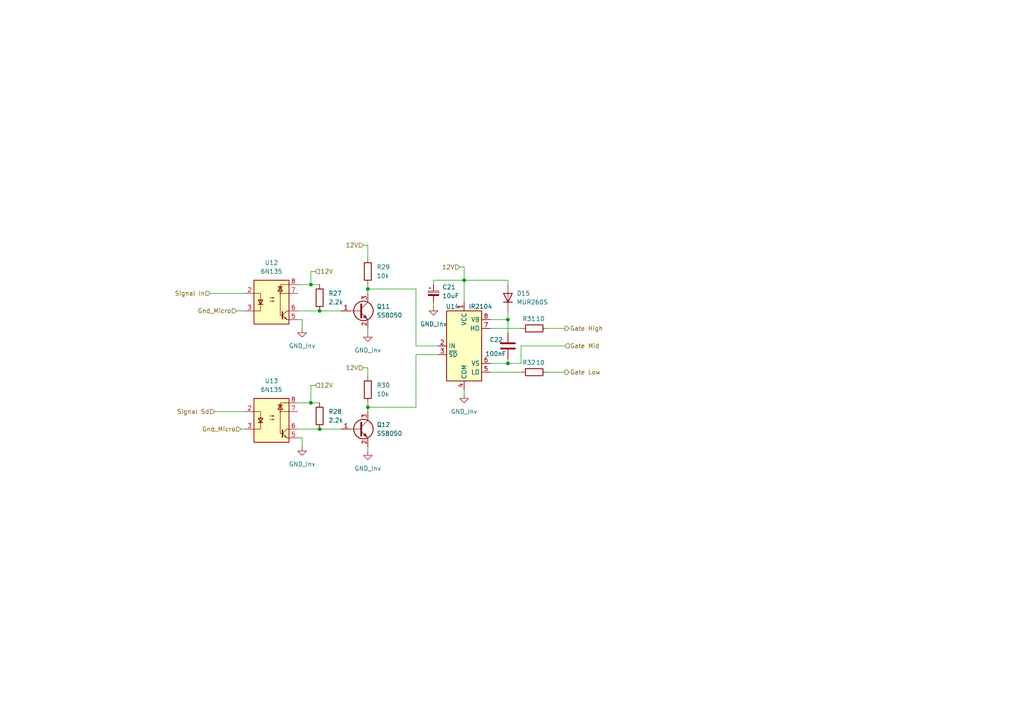
<source format=kicad_sch>
(kicad_sch
	(version 20250114)
	(generator "eeschema")
	(generator_version "9.0")
	(uuid "09419233-41f8-458a-9362-d8a2556ed016")
	(paper "A4")
	(lib_symbols
		(symbol "Device:C"
			(pin_numbers
				(hide yes)
			)
			(pin_names
				(offset 0.254)
			)
			(exclude_from_sim no)
			(in_bom yes)
			(on_board yes)
			(property "Reference" "C"
				(at 0.635 2.54 0)
				(effects
					(font
						(size 1.27 1.27)
					)
					(justify left)
				)
			)
			(property "Value" "C"
				(at 0.635 -2.54 0)
				(effects
					(font
						(size 1.27 1.27)
					)
					(justify left)
				)
			)
			(property "Footprint" ""
				(at 0.9652 -3.81 0)
				(effects
					(font
						(size 1.27 1.27)
					)
					(hide yes)
				)
			)
			(property "Datasheet" "~"
				(at 0 0 0)
				(effects
					(font
						(size 1.27 1.27)
					)
					(hide yes)
				)
			)
			(property "Description" "Unpolarized capacitor"
				(at 0 0 0)
				(effects
					(font
						(size 1.27 1.27)
					)
					(hide yes)
				)
			)
			(property "ki_keywords" "cap capacitor"
				(at 0 0 0)
				(effects
					(font
						(size 1.27 1.27)
					)
					(hide yes)
				)
			)
			(property "ki_fp_filters" "C_*"
				(at 0 0 0)
				(effects
					(font
						(size 1.27 1.27)
					)
					(hide yes)
				)
			)
			(symbol "C_0_1"
				(polyline
					(pts
						(xy -2.032 0.762) (xy 2.032 0.762)
					)
					(stroke
						(width 0.508)
						(type default)
					)
					(fill
						(type none)
					)
				)
				(polyline
					(pts
						(xy -2.032 -0.762) (xy 2.032 -0.762)
					)
					(stroke
						(width 0.508)
						(type default)
					)
					(fill
						(type none)
					)
				)
			)
			(symbol "C_1_1"
				(pin passive line
					(at 0 3.81 270)
					(length 2.794)
					(name "~"
						(effects
							(font
								(size 1.27 1.27)
							)
						)
					)
					(number "1"
						(effects
							(font
								(size 1.27 1.27)
							)
						)
					)
				)
				(pin passive line
					(at 0 -3.81 90)
					(length 2.794)
					(name "~"
						(effects
							(font
								(size 1.27 1.27)
							)
						)
					)
					(number "2"
						(effects
							(font
								(size 1.27 1.27)
							)
						)
					)
				)
			)
			(embedded_fonts no)
		)
		(symbol "Device:C_Polarized_Small"
			(pin_numbers
				(hide yes)
			)
			(pin_names
				(offset 0.254)
				(hide yes)
			)
			(exclude_from_sim no)
			(in_bom yes)
			(on_board yes)
			(property "Reference" "C"
				(at 0.254 1.778 0)
				(effects
					(font
						(size 1.27 1.27)
					)
					(justify left)
				)
			)
			(property "Value" "C_Polarized_Small"
				(at 0.254 -2.032 0)
				(effects
					(font
						(size 1.27 1.27)
					)
					(justify left)
				)
			)
			(property "Footprint" ""
				(at 0 0 0)
				(effects
					(font
						(size 1.27 1.27)
					)
					(hide yes)
				)
			)
			(property "Datasheet" "~"
				(at 0 0 0)
				(effects
					(font
						(size 1.27 1.27)
					)
					(hide yes)
				)
			)
			(property "Description" "Polarized capacitor, small symbol"
				(at 0 0 0)
				(effects
					(font
						(size 1.27 1.27)
					)
					(hide yes)
				)
			)
			(property "ki_keywords" "cap capacitor"
				(at 0 0 0)
				(effects
					(font
						(size 1.27 1.27)
					)
					(hide yes)
				)
			)
			(property "ki_fp_filters" "CP_*"
				(at 0 0 0)
				(effects
					(font
						(size 1.27 1.27)
					)
					(hide yes)
				)
			)
			(symbol "C_Polarized_Small_0_1"
				(rectangle
					(start -1.524 0.6858)
					(end 1.524 0.3048)
					(stroke
						(width 0)
						(type default)
					)
					(fill
						(type none)
					)
				)
				(rectangle
					(start -1.524 -0.3048)
					(end 1.524 -0.6858)
					(stroke
						(width 0)
						(type default)
					)
					(fill
						(type outline)
					)
				)
				(polyline
					(pts
						(xy -1.27 1.524) (xy -0.762 1.524)
					)
					(stroke
						(width 0)
						(type default)
					)
					(fill
						(type none)
					)
				)
				(polyline
					(pts
						(xy -1.016 1.27) (xy -1.016 1.778)
					)
					(stroke
						(width 0)
						(type default)
					)
					(fill
						(type none)
					)
				)
			)
			(symbol "C_Polarized_Small_1_1"
				(pin passive line
					(at 0 2.54 270)
					(length 1.8542)
					(name "~"
						(effects
							(font
								(size 1.27 1.27)
							)
						)
					)
					(number "1"
						(effects
							(font
								(size 1.27 1.27)
							)
						)
					)
				)
				(pin passive line
					(at 0 -2.54 90)
					(length 1.8542)
					(name "~"
						(effects
							(font
								(size 1.27 1.27)
							)
						)
					)
					(number "2"
						(effects
							(font
								(size 1.27 1.27)
							)
						)
					)
				)
			)
			(embedded_fonts no)
		)
		(symbol "Device:R"
			(pin_numbers
				(hide yes)
			)
			(pin_names
				(offset 0)
			)
			(exclude_from_sim no)
			(in_bom yes)
			(on_board yes)
			(property "Reference" "R"
				(at 2.032 0 90)
				(effects
					(font
						(size 1.27 1.27)
					)
				)
			)
			(property "Value" "R"
				(at 0 0 90)
				(effects
					(font
						(size 1.27 1.27)
					)
				)
			)
			(property "Footprint" ""
				(at -1.778 0 90)
				(effects
					(font
						(size 1.27 1.27)
					)
					(hide yes)
				)
			)
			(property "Datasheet" "~"
				(at 0 0 0)
				(effects
					(font
						(size 1.27 1.27)
					)
					(hide yes)
				)
			)
			(property "Description" "Resistor"
				(at 0 0 0)
				(effects
					(font
						(size 1.27 1.27)
					)
					(hide yes)
				)
			)
			(property "ki_keywords" "R res resistor"
				(at 0 0 0)
				(effects
					(font
						(size 1.27 1.27)
					)
					(hide yes)
				)
			)
			(property "ki_fp_filters" "R_*"
				(at 0 0 0)
				(effects
					(font
						(size 1.27 1.27)
					)
					(hide yes)
				)
			)
			(symbol "R_0_1"
				(rectangle
					(start -1.016 -2.54)
					(end 1.016 2.54)
					(stroke
						(width 0.254)
						(type default)
					)
					(fill
						(type none)
					)
				)
			)
			(symbol "R_1_1"
				(pin passive line
					(at 0 3.81 270)
					(length 1.27)
					(name "~"
						(effects
							(font
								(size 1.27 1.27)
							)
						)
					)
					(number "1"
						(effects
							(font
								(size 1.27 1.27)
							)
						)
					)
				)
				(pin passive line
					(at 0 -3.81 90)
					(length 1.27)
					(name "~"
						(effects
							(font
								(size 1.27 1.27)
							)
						)
					)
					(number "2"
						(effects
							(font
								(size 1.27 1.27)
							)
						)
					)
				)
			)
			(embedded_fonts no)
		)
		(symbol "Diode:1N4148WT"
			(pin_numbers
				(hide yes)
			)
			(pin_names
				(hide yes)
			)
			(exclude_from_sim no)
			(in_bom yes)
			(on_board yes)
			(property "Reference" "D"
				(at 0 2.54 0)
				(effects
					(font
						(size 1.27 1.27)
					)
				)
			)
			(property "Value" "1N4148WT"
				(at 0 -2.54 0)
				(effects
					(font
						(size 1.27 1.27)
					)
				)
			)
			(property "Footprint" "Diode_SMD:D_SOD-523"
				(at 0 -4.445 0)
				(effects
					(font
						(size 1.27 1.27)
					)
					(hide yes)
				)
			)
			(property "Datasheet" "https://www.diodes.com/assets/Datasheets/ds30396.pdf"
				(at 0 0 0)
				(effects
					(font
						(size 1.27 1.27)
					)
					(hide yes)
				)
			)
			(property "Description" "75V 0.15A Fast switching Diode, SOD-523"
				(at 0 0 0)
				(effects
					(font
						(size 1.27 1.27)
					)
					(hide yes)
				)
			)
			(property "Sim.Device" "D"
				(at 0 0 0)
				(effects
					(font
						(size 1.27 1.27)
					)
					(hide yes)
				)
			)
			(property "Sim.Pins" "1=K 2=A"
				(at 0 0 0)
				(effects
					(font
						(size 1.27 1.27)
					)
					(hide yes)
				)
			)
			(property "ki_keywords" "diode"
				(at 0 0 0)
				(effects
					(font
						(size 1.27 1.27)
					)
					(hide yes)
				)
			)
			(property "ki_fp_filters" "D*SOD?523*"
				(at 0 0 0)
				(effects
					(font
						(size 1.27 1.27)
					)
					(hide yes)
				)
			)
			(symbol "1N4148WT_0_1"
				(polyline
					(pts
						(xy -1.27 1.27) (xy -1.27 -1.27)
					)
					(stroke
						(width 0.254)
						(type default)
					)
					(fill
						(type none)
					)
				)
				(polyline
					(pts
						(xy 1.27 1.27) (xy 1.27 -1.27) (xy -1.27 0) (xy 1.27 1.27)
					)
					(stroke
						(width 0.254)
						(type default)
					)
					(fill
						(type none)
					)
				)
				(polyline
					(pts
						(xy 1.27 0) (xy -1.27 0)
					)
					(stroke
						(width 0)
						(type default)
					)
					(fill
						(type none)
					)
				)
			)
			(symbol "1N4148WT_1_1"
				(pin passive line
					(at -3.81 0 0)
					(length 2.54)
					(name "K"
						(effects
							(font
								(size 1.27 1.27)
							)
						)
					)
					(number "1"
						(effects
							(font
								(size 1.27 1.27)
							)
						)
					)
				)
				(pin passive line
					(at 3.81 0 180)
					(length 2.54)
					(name "A"
						(effects
							(font
								(size 1.27 1.27)
							)
						)
					)
					(number "2"
						(effects
							(font
								(size 1.27 1.27)
							)
						)
					)
				)
			)
			(embedded_fonts no)
		)
		(symbol "Driver_FET:IR2104"
			(exclude_from_sim no)
			(in_bom yes)
			(on_board yes)
			(property "Reference" "U"
				(at 1.27 13.335 0)
				(effects
					(font
						(size 1.27 1.27)
					)
					(justify left)
				)
			)
			(property "Value" "IR2104"
				(at 1.27 11.43 0)
				(effects
					(font
						(size 1.27 1.27)
					)
					(justify left)
				)
			)
			(property "Footprint" ""
				(at 0 0 0)
				(effects
					(font
						(size 1.27 1.27)
						(italic yes)
					)
					(hide yes)
				)
			)
			(property "Datasheet" "https://www.infineon.com/dgdl/ir2104.pdf?fileId=5546d462533600a4015355c7c1c31671"
				(at 0 0 0)
				(effects
					(font
						(size 1.27 1.27)
					)
					(hide yes)
				)
			)
			(property "Description" "Half-Bridge Driver, 600V, 210/360mA, PDIP-8/SOIC-8"
				(at 0 0 0)
				(effects
					(font
						(size 1.27 1.27)
					)
					(hide yes)
				)
			)
			(property "ki_keywords" "Gate Driver"
				(at 0 0 0)
				(effects
					(font
						(size 1.27 1.27)
					)
					(hide yes)
				)
			)
			(property "ki_fp_filters" "SOIC*3.9x4.9mm*P1.27mm* DIP*W7.62mm*"
				(at 0 0 0)
				(effects
					(font
						(size 1.27 1.27)
					)
					(hide yes)
				)
			)
			(symbol "IR2104_0_1"
				(rectangle
					(start -5.08 -10.16)
					(end 5.08 10.16)
					(stroke
						(width 0.254)
						(type default)
					)
					(fill
						(type background)
					)
				)
			)
			(symbol "IR2104_1_1"
				(pin input line
					(at -7.62 0 0)
					(length 2.54)
					(name "IN"
						(effects
							(font
								(size 1.27 1.27)
							)
						)
					)
					(number "2"
						(effects
							(font
								(size 1.27 1.27)
							)
						)
					)
				)
				(pin input line
					(at -7.62 -2.54 0)
					(length 2.54)
					(name "~{SD}"
						(effects
							(font
								(size 1.27 1.27)
							)
						)
					)
					(number "3"
						(effects
							(font
								(size 1.27 1.27)
							)
						)
					)
				)
				(pin power_in line
					(at 0 12.7 270)
					(length 2.54)
					(name "VCC"
						(effects
							(font
								(size 1.27 1.27)
							)
						)
					)
					(number "1"
						(effects
							(font
								(size 1.27 1.27)
							)
						)
					)
				)
				(pin power_in line
					(at 0 -12.7 90)
					(length 2.54)
					(name "COM"
						(effects
							(font
								(size 1.27 1.27)
							)
						)
					)
					(number "4"
						(effects
							(font
								(size 1.27 1.27)
							)
						)
					)
				)
				(pin passive line
					(at 7.62 7.62 180)
					(length 2.54)
					(name "VB"
						(effects
							(font
								(size 1.27 1.27)
							)
						)
					)
					(number "8"
						(effects
							(font
								(size 1.27 1.27)
							)
						)
					)
				)
				(pin output line
					(at 7.62 5.08 180)
					(length 2.54)
					(name "HO"
						(effects
							(font
								(size 1.27 1.27)
							)
						)
					)
					(number "7"
						(effects
							(font
								(size 1.27 1.27)
							)
						)
					)
				)
				(pin passive line
					(at 7.62 -5.08 180)
					(length 2.54)
					(name "VS"
						(effects
							(font
								(size 1.27 1.27)
							)
						)
					)
					(number "6"
						(effects
							(font
								(size 1.27 1.27)
							)
						)
					)
				)
				(pin output line
					(at 7.62 -7.62 180)
					(length 2.54)
					(name "LO"
						(effects
							(font
								(size 1.27 1.27)
							)
						)
					)
					(number "5"
						(effects
							(font
								(size 1.27 1.27)
							)
						)
					)
				)
			)
			(embedded_fonts no)
		)
		(symbol "Isolator:6N135"
			(pin_names
				(offset 1.016)
			)
			(exclude_from_sim no)
			(in_bom yes)
			(on_board yes)
			(property "Reference" "U"
				(at -5.08 7.62 0)
				(effects
					(font
						(size 1.27 1.27)
					)
					(justify left)
				)
			)
			(property "Value" "6N135"
				(at 0 7.62 0)
				(effects
					(font
						(size 1.27 1.27)
					)
					(justify left)
				)
			)
			(property "Footprint" "Package_DIP:DIP-8_W7.62mm"
				(at -5.08 -7.62 0)
				(effects
					(font
						(size 1.27 1.27)
						(italic yes)
					)
					(justify left)
					(hide yes)
				)
			)
			(property "Datasheet" "https://optoelectronics.liteon.com/upload/download/DS70-2008-0032/6N135-L%206N136-L%20series.pdf"
				(at 0 0 0)
				(effects
					(font
						(size 1.27 1.27)
					)
					(justify left)
					(hide yes)
				)
			)
			(property "Description" "High Speed Optocoupler, TTL Compatible, CTR 18%, DIP8"
				(at 0 0 0)
				(effects
					(font
						(size 1.27 1.27)
					)
					(hide yes)
				)
			)
			(property "ki_keywords" "High Speed Optocoupler"
				(at 0 0 0)
				(effects
					(font
						(size 1.27 1.27)
					)
					(hide yes)
				)
			)
			(property "ki_fp_filters" "DIP*W7.62mm*"
				(at 0 0 0)
				(effects
					(font
						(size 1.27 1.27)
					)
					(hide yes)
				)
			)
			(symbol "6N135_0_1"
				(rectangle
					(start -5.08 6.35)
					(end 5.08 -6.35)
					(stroke
						(width 0.254)
						(type default)
					)
					(fill
						(type background)
					)
				)
				(polyline
					(pts
						(xy -5.08 2.54) (xy -3.175 2.54) (xy -3.175 -2.54) (xy -5.08 -2.54)
					)
					(stroke
						(width 0)
						(type default)
					)
					(fill
						(type none)
					)
				)
				(polyline
					(pts
						(xy -3.81 -0.635) (xy -2.54 -0.635)
					)
					(stroke
						(width 0.254)
						(type default)
					)
					(fill
						(type none)
					)
				)
				(polyline
					(pts
						(xy -3.175 -0.635) (xy -3.81 0.635) (xy -2.54 0.635) (xy -3.175 -0.635)
					)
					(stroke
						(width 0.254)
						(type default)
					)
					(fill
						(type none)
					)
				)
				(polyline
					(pts
						(xy -0.508 1.27) (xy 0.762 1.27) (xy 0.381 1.143) (xy 0.381 1.397) (xy 0.762 1.27)
					)
					(stroke
						(width 0)
						(type default)
					)
					(fill
						(type none)
					)
				)
				(polyline
					(pts
						(xy -0.508 0.254) (xy 0.762 0.254) (xy 0.381 0.127) (xy 0.381 0.381) (xy 0.762 0.254)
					)
					(stroke
						(width 0)
						(type default)
					)
					(fill
						(type none)
					)
				)
				(polyline
					(pts
						(xy 1.905 4.445) (xy 3.175 4.445)
					)
					(stroke
						(width 0.254)
						(type default)
					)
					(fill
						(type none)
					)
				)
				(polyline
					(pts
						(xy 2.54 4.445) (xy 1.905 3.175) (xy 3.175 3.175) (xy 2.54 4.445)
					)
					(stroke
						(width 0.254)
						(type default)
					)
					(fill
						(type none)
					)
				)
				(circle
					(center 2.54 2.54)
					(radius 0.127)
					(stroke
						(width 0)
						(type default)
					)
					(fill
						(type none)
					)
				)
				(polyline
					(pts
						(xy 3.175 -2.794) (xy 3.175 -4.826)
					)
					(stroke
						(width 0.3556)
						(type default)
					)
					(fill
						(type none)
					)
				)
				(polyline
					(pts
						(xy 3.302 -3.683) (xy 4.445 -2.54)
					)
					(stroke
						(width 0)
						(type default)
					)
					(fill
						(type none)
					)
				)
				(polyline
					(pts
						(xy 3.302 -3.937) (xy 4.445 -5.08)
					)
					(stroke
						(width 0)
						(type default)
					)
					(fill
						(type none)
					)
				)
				(polyline
					(pts
						(xy 4.318 -4.953) (xy 4.064 -4.445) (xy 3.81 -4.699) (xy 4.318 -4.953)
					)
					(stroke
						(width 0)
						(type default)
					)
					(fill
						(type none)
					)
				)
				(polyline
					(pts
						(xy 5.08 5.08) (xy 2.54 5.08) (xy 2.54 -3.81) (xy 3.175 -3.81)
					)
					(stroke
						(width 0)
						(type default)
					)
					(fill
						(type none)
					)
				)
				(polyline
					(pts
						(xy 5.08 2.54) (xy 2.54 2.54)
					)
					(stroke
						(width 0)
						(type default)
					)
					(fill
						(type none)
					)
				)
				(polyline
					(pts
						(xy 5.08 -2.54) (xy 4.445 -2.54)
					)
					(stroke
						(width 0)
						(type default)
					)
					(fill
						(type none)
					)
				)
				(polyline
					(pts
						(xy 5.08 -5.08) (xy 4.445 -5.08)
					)
					(stroke
						(width 0)
						(type default)
					)
					(fill
						(type none)
					)
				)
			)
			(symbol "6N135_1_1"
				(pin passive line
					(at -7.62 2.54 0)
					(length 2.54)
					(name "~"
						(effects
							(font
								(size 1.27 1.27)
							)
						)
					)
					(number "2"
						(effects
							(font
								(size 1.27 1.27)
							)
						)
					)
				)
				(pin passive line
					(at -7.62 -2.54 0)
					(length 2.54)
					(name "~"
						(effects
							(font
								(size 1.27 1.27)
							)
						)
					)
					(number "3"
						(effects
							(font
								(size 1.27 1.27)
							)
						)
					)
				)
				(pin no_connect line
					(at -5.08 5.08 0)
					(length 2.54)
					(hide yes)
					(name "NC"
						(effects
							(font
								(size 1.27 1.27)
							)
						)
					)
					(number "1"
						(effects
							(font
								(size 1.27 1.27)
							)
						)
					)
				)
				(pin no_connect line
					(at -5.08 -5.08 0)
					(length 2.54)
					(hide yes)
					(name "NC"
						(effects
							(font
								(size 1.27 1.27)
							)
						)
					)
					(number "4"
						(effects
							(font
								(size 1.27 1.27)
							)
						)
					)
				)
				(pin passive line
					(at 7.62 5.08 180)
					(length 2.54)
					(name "~"
						(effects
							(font
								(size 1.27 1.27)
							)
						)
					)
					(number "8"
						(effects
							(font
								(size 1.27 1.27)
							)
						)
					)
				)
				(pin passive line
					(at 7.62 2.54 180)
					(length 2.54)
					(name "~"
						(effects
							(font
								(size 1.27 1.27)
							)
						)
					)
					(number "7"
						(effects
							(font
								(size 1.27 1.27)
							)
						)
					)
				)
				(pin passive line
					(at 7.62 -2.54 180)
					(length 2.54)
					(name "~"
						(effects
							(font
								(size 1.27 1.27)
							)
						)
					)
					(number "6"
						(effects
							(font
								(size 1.27 1.27)
							)
						)
					)
				)
				(pin passive line
					(at 7.62 -5.08 180)
					(length 2.54)
					(name "~"
						(effects
							(font
								(size 1.27 1.27)
							)
						)
					)
					(number "5"
						(effects
							(font
								(size 1.27 1.27)
							)
						)
					)
				)
			)
			(embedded_fonts no)
		)
		(symbol "Transistor_BJT:SS8050"
			(pin_names
				(offset 0)
				(hide yes)
			)
			(exclude_from_sim no)
			(in_bom yes)
			(on_board yes)
			(property "Reference" "Q"
				(at 5.08 1.905 0)
				(effects
					(font
						(size 1.27 1.27)
					)
					(justify left)
				)
			)
			(property "Value" "SS8050"
				(at 5.08 0 0)
				(effects
					(font
						(size 1.27 1.27)
					)
					(justify left)
				)
			)
			(property "Footprint" "Package_TO_SOT_SMD:SOT-23"
				(at 5.08 -7.366 0)
				(effects
					(font
						(size 1.27 1.27)
						(italic yes)
					)
					(justify left)
					(hide yes)
				)
			)
			(property "Datasheet" "http://www.secosgmbh.com/datasheet/products/SSMPTransistor/SOT-23/SS8050.pdf"
				(at 5.08 -4.826 0)
				(effects
					(font
						(size 1.27 1.27)
					)
					(justify left)
					(hide yes)
				)
			)
			(property "Description" "General Purpose NPN Transistor, 1.5A Ic, 25V Vce, SOT-23"
				(at 34.036 -2.286 0)
				(effects
					(font
						(size 1.27 1.27)
					)
					(hide yes)
				)
			)
			(property "ki_keywords" "SS8050 NPN Transistor"
				(at 0 0 0)
				(effects
					(font
						(size 1.27 1.27)
					)
					(hide yes)
				)
			)
			(property "ki_fp_filters" "SOT?23*"
				(at 0 0 0)
				(effects
					(font
						(size 1.27 1.27)
					)
					(hide yes)
				)
			)
			(symbol "SS8050_0_1"
				(polyline
					(pts
						(xy -2.54 0) (xy 0.635 0)
					)
					(stroke
						(width 0)
						(type default)
					)
					(fill
						(type none)
					)
				)
				(polyline
					(pts
						(xy 0.635 1.905) (xy 0.635 -1.905)
					)
					(stroke
						(width 0.508)
						(type default)
					)
					(fill
						(type none)
					)
				)
				(circle
					(center 1.27 0)
					(radius 2.8194)
					(stroke
						(width 0.254)
						(type default)
					)
					(fill
						(type none)
					)
				)
			)
			(symbol "SS8050_1_1"
				(polyline
					(pts
						(xy 0.635 0.635) (xy 2.54 2.54)
					)
					(stroke
						(width 0)
						(type default)
					)
					(fill
						(type none)
					)
				)
				(polyline
					(pts
						(xy 0.635 -0.635) (xy 2.54 -2.54)
					)
					(stroke
						(width 0)
						(type default)
					)
					(fill
						(type none)
					)
				)
				(polyline
					(pts
						(xy 1.27 -1.778) (xy 1.778 -1.27) (xy 2.286 -2.286) (xy 1.27 -1.778)
					)
					(stroke
						(width 0)
						(type default)
					)
					(fill
						(type outline)
					)
				)
				(pin input line
					(at -5.08 0 0)
					(length 2.54)
					(name "B"
						(effects
							(font
								(size 1.27 1.27)
							)
						)
					)
					(number "1"
						(effects
							(font
								(size 1.27 1.27)
							)
						)
					)
				)
				(pin passive line
					(at 2.54 5.08 270)
					(length 2.54)
					(name "C"
						(effects
							(font
								(size 1.27 1.27)
							)
						)
					)
					(number "3"
						(effects
							(font
								(size 1.27 1.27)
							)
						)
					)
				)
				(pin passive line
					(at 2.54 -5.08 90)
					(length 2.54)
					(name "E"
						(effects
							(font
								(size 1.27 1.27)
							)
						)
					)
					(number "2"
						(effects
							(font
								(size 1.27 1.27)
							)
						)
					)
				)
			)
			(embedded_fonts no)
		)
		(symbol "power:GND"
			(power)
			(pin_numbers
				(hide yes)
			)
			(pin_names
				(offset 0)
				(hide yes)
			)
			(exclude_from_sim no)
			(in_bom yes)
			(on_board yes)
			(property "Reference" "#PWR"
				(at 0 -6.35 0)
				(effects
					(font
						(size 1.27 1.27)
					)
					(hide yes)
				)
			)
			(property "Value" "GND"
				(at 0 -3.81 0)
				(effects
					(font
						(size 1.27 1.27)
					)
				)
			)
			(property "Footprint" ""
				(at 0 0 0)
				(effects
					(font
						(size 1.27 1.27)
					)
					(hide yes)
				)
			)
			(property "Datasheet" ""
				(at 0 0 0)
				(effects
					(font
						(size 1.27 1.27)
					)
					(hide yes)
				)
			)
			(property "Description" "Power symbol creates a global label with name \"GND\" , ground"
				(at 0 0 0)
				(effects
					(font
						(size 1.27 1.27)
					)
					(hide yes)
				)
			)
			(property "ki_keywords" "global power"
				(at 0 0 0)
				(effects
					(font
						(size 1.27 1.27)
					)
					(hide yes)
				)
			)
			(symbol "GND_0_1"
				(polyline
					(pts
						(xy 0 0) (xy 0 -1.27) (xy 1.27 -1.27) (xy 0 -2.54) (xy -1.27 -1.27) (xy 0 -1.27)
					)
					(stroke
						(width 0)
						(type default)
					)
					(fill
						(type none)
					)
				)
			)
			(symbol "GND_1_1"
				(pin power_in line
					(at 0 0 270)
					(length 0)
					(name "~"
						(effects
							(font
								(size 1.27 1.27)
							)
						)
					)
					(number "1"
						(effects
							(font
								(size 1.27 1.27)
							)
						)
					)
				)
			)
			(embedded_fonts no)
		)
	)
	(junction
		(at 147.32 92.71)
		(diameter 0)
		(color 0 0 0 0)
		(uuid "0d3f7d3b-2114-4ed3-84c8-8c6553fcdee4")
	)
	(junction
		(at 134.62 81.28)
		(diameter 0)
		(color 0 0 0 0)
		(uuid "234678cf-04d4-4971-8f57-e38a7ff44c46")
	)
	(junction
		(at 106.68 83.82)
		(diameter 0)
		(color 0 0 0 0)
		(uuid "4289e545-cf9a-4522-b90a-77d9122ea9a6")
	)
	(junction
		(at 90.17 116.84)
		(diameter 0)
		(color 0 0 0 0)
		(uuid "5542c1f0-9296-45c9-bac6-df9dccc5f42f")
	)
	(junction
		(at 90.17 82.55)
		(diameter 0)
		(color 0 0 0 0)
		(uuid "5557e443-f6f5-498a-8259-a3c33b2719e9")
	)
	(junction
		(at 92.71 90.17)
		(diameter 0)
		(color 0 0 0 0)
		(uuid "68c02a5e-73e1-402d-bba7-fe286e7841db")
	)
	(junction
		(at 92.71 124.46)
		(diameter 0)
		(color 0 0 0 0)
		(uuid "d72c064c-656f-4ce5-b6e6-8959235224be")
	)
	(junction
		(at 147.32 105.41)
		(diameter 0)
		(color 0 0 0 0)
		(uuid "db1466f7-f9ab-4efc-93aa-bad37804b89a")
	)
	(junction
		(at 106.68 118.11)
		(diameter 0)
		(color 0 0 0 0)
		(uuid "f6f55b17-7012-4857-8228-25369dfefeda")
	)
	(wire
		(pts
			(xy 86.36 92.71) (xy 87.63 92.71)
		)
		(stroke
			(width 0)
			(type default)
		)
		(uuid "02a07aa7-9626-43c8-8e5f-e201052fa47d")
	)
	(wire
		(pts
			(xy 90.17 82.55) (xy 92.71 82.55)
		)
		(stroke
			(width 0)
			(type default)
		)
		(uuid "037671fb-9970-4831-93ed-39b63c8ff97e")
	)
	(wire
		(pts
			(xy 120.65 83.82) (xy 120.65 100.33)
		)
		(stroke
			(width 0)
			(type default)
		)
		(uuid "04db7115-7326-4e80-8f5e-aec8c79ad2a1")
	)
	(wire
		(pts
			(xy 134.62 114.3) (xy 134.62 113.03)
		)
		(stroke
			(width 0)
			(type default)
		)
		(uuid "07f579b8-6147-4a00-a8ef-2b84b32d165c")
	)
	(wire
		(pts
			(xy 68.58 90.17) (xy 71.12 90.17)
		)
		(stroke
			(width 0)
			(type default)
		)
		(uuid "09882e29-4139-4d29-9f60-d420a224cdaa")
	)
	(wire
		(pts
			(xy 158.75 95.25) (xy 163.83 95.25)
		)
		(stroke
			(width 0)
			(type default)
		)
		(uuid "0f811260-04e6-4400-83bb-8afff315e651")
	)
	(wire
		(pts
			(xy 106.68 83.82) (xy 120.65 83.82)
		)
		(stroke
			(width 0)
			(type default)
		)
		(uuid "117771a1-c5cd-46c8-95f9-061eb4393c77")
	)
	(wire
		(pts
			(xy 120.65 100.33) (xy 127 100.33)
		)
		(stroke
			(width 0)
			(type default)
		)
		(uuid "1755f28f-9c2b-4176-9cbd-6a24a44b15fd")
	)
	(wire
		(pts
			(xy 147.32 92.71) (xy 147.32 96.52)
		)
		(stroke
			(width 0)
			(type default)
		)
		(uuid "2298afac-abb8-41b7-9993-f68feb1c4f9d")
	)
	(wire
		(pts
			(xy 60.96 85.09) (xy 71.12 85.09)
		)
		(stroke
			(width 0)
			(type default)
		)
		(uuid "2616021f-e7bd-4e0f-ae43-52291a6c0162")
	)
	(wire
		(pts
			(xy 147.32 105.41) (xy 151.13 105.41)
		)
		(stroke
			(width 0)
			(type default)
		)
		(uuid "2a5f08ae-8e14-4a40-b8c9-871ca8c67779")
	)
	(wire
		(pts
			(xy 142.24 107.95) (xy 151.13 107.95)
		)
		(stroke
			(width 0)
			(type default)
		)
		(uuid "2bed2c55-483c-4724-9f91-c64ed18dde43")
	)
	(wire
		(pts
			(xy 106.68 130.81) (xy 106.68 129.54)
		)
		(stroke
			(width 0)
			(type default)
		)
		(uuid "2f05d476-0841-4313-8136-b0ce24c23731")
	)
	(wire
		(pts
			(xy 106.68 83.82) (xy 106.68 85.09)
		)
		(stroke
			(width 0)
			(type default)
		)
		(uuid "30c4e607-9f2f-4f3d-9bfc-e3f68eb6c339")
	)
	(wire
		(pts
			(xy 106.68 96.52) (xy 106.68 95.25)
		)
		(stroke
			(width 0)
			(type default)
		)
		(uuid "332c2a03-9014-40b8-997b-d00a806941c9")
	)
	(wire
		(pts
			(xy 120.65 102.87) (xy 120.65 118.11)
		)
		(stroke
			(width 0)
			(type default)
		)
		(uuid "35292a50-d11d-42a7-b703-716575022755")
	)
	(wire
		(pts
			(xy 86.36 82.55) (xy 90.17 82.55)
		)
		(stroke
			(width 0)
			(type default)
		)
		(uuid "38818a70-4ac6-4fa2-a125-621c5fa0f309")
	)
	(wire
		(pts
			(xy 142.24 95.25) (xy 151.13 95.25)
		)
		(stroke
			(width 0)
			(type default)
		)
		(uuid "3c4b2992-e86c-4bed-b7a4-12a2a2eb2606")
	)
	(wire
		(pts
			(xy 90.17 116.84) (xy 92.71 116.84)
		)
		(stroke
			(width 0)
			(type default)
		)
		(uuid "403b5479-d3a1-467d-9439-fa565043ae0c")
	)
	(wire
		(pts
			(xy 125.73 81.28) (xy 134.62 81.28)
		)
		(stroke
			(width 0)
			(type default)
		)
		(uuid "40a5224a-0059-4504-8ed4-9fa290173c75")
	)
	(wire
		(pts
			(xy 106.68 71.12) (xy 105.41 71.12)
		)
		(stroke
			(width 0)
			(type default)
		)
		(uuid "446c8728-e535-47bc-9171-dfb1fb650e6c")
	)
	(wire
		(pts
			(xy 134.62 81.28) (xy 134.62 87.63)
		)
		(stroke
			(width 0)
			(type default)
		)
		(uuid "44df7c93-d068-4a6e-b191-9788319d12cc")
	)
	(wire
		(pts
			(xy 62.23 119.38) (xy 71.12 119.38)
		)
		(stroke
			(width 0)
			(type default)
		)
		(uuid "48c3c5a6-29ab-403e-87b2-d8a4a5c76554")
	)
	(wire
		(pts
			(xy 71.12 124.46) (xy 69.85 124.46)
		)
		(stroke
			(width 0)
			(type default)
		)
		(uuid "490ca669-4142-482a-9777-cff7b59efe16")
	)
	(wire
		(pts
			(xy 87.63 92.71) (xy 87.63 95.25)
		)
		(stroke
			(width 0)
			(type default)
		)
		(uuid "4d1c7da4-f4a5-4180-a0a8-257d5286eea1")
	)
	(wire
		(pts
			(xy 127 102.87) (xy 120.65 102.87)
		)
		(stroke
			(width 0)
			(type default)
		)
		(uuid "52a01b94-e041-4020-9ca8-e966f16989a5")
	)
	(wire
		(pts
			(xy 90.17 116.84) (xy 86.36 116.84)
		)
		(stroke
			(width 0)
			(type default)
		)
		(uuid "5dc48e75-9e53-4c85-9df0-ee32ef9b5405")
	)
	(wire
		(pts
			(xy 151.13 105.41) (xy 151.13 100.33)
		)
		(stroke
			(width 0)
			(type default)
		)
		(uuid "61bd03fc-bea4-4c3c-9a8b-1212664dfee4")
	)
	(wire
		(pts
			(xy 90.17 111.76) (xy 90.17 116.84)
		)
		(stroke
			(width 0)
			(type default)
		)
		(uuid "6a8984c2-9777-4470-b968-8050564425ac")
	)
	(wire
		(pts
			(xy 91.44 78.74) (xy 90.17 78.74)
		)
		(stroke
			(width 0)
			(type default)
		)
		(uuid "6b30a8ab-68a6-46e9-8c59-32fb20ef6b46")
	)
	(wire
		(pts
			(xy 134.62 77.47) (xy 134.62 81.28)
		)
		(stroke
			(width 0)
			(type default)
		)
		(uuid "6b8f5e89-b71a-4980-95b1-46eefb9a55cb")
	)
	(wire
		(pts
			(xy 86.36 127) (xy 87.63 127)
		)
		(stroke
			(width 0)
			(type default)
		)
		(uuid "7fdb510d-1f79-437b-a3c4-ae7e339b246e")
	)
	(wire
		(pts
			(xy 106.68 71.12) (xy 106.68 74.93)
		)
		(stroke
			(width 0)
			(type default)
		)
		(uuid "82e761ad-70a3-4921-b724-cd1879ad64ff")
	)
	(wire
		(pts
			(xy 134.62 77.47) (xy 133.35 77.47)
		)
		(stroke
			(width 0)
			(type default)
		)
		(uuid "83ba5b4a-b526-4e99-8c81-6fcaf27dc312")
	)
	(wire
		(pts
			(xy 125.73 82.55) (xy 125.73 81.28)
		)
		(stroke
			(width 0)
			(type default)
		)
		(uuid "8903305a-1953-4960-87c7-698b64010230")
	)
	(wire
		(pts
			(xy 158.75 107.95) (xy 163.83 107.95)
		)
		(stroke
			(width 0)
			(type default)
		)
		(uuid "8ffefaf9-3ee1-427a-acee-5c546e75579d")
	)
	(wire
		(pts
			(xy 92.71 124.46) (xy 99.06 124.46)
		)
		(stroke
			(width 0)
			(type default)
		)
		(uuid "952aa72d-0ff2-4303-9d71-0ce0201f035f")
	)
	(wire
		(pts
			(xy 147.32 104.14) (xy 147.32 105.41)
		)
		(stroke
			(width 0)
			(type default)
		)
		(uuid "a1febe85-d2f9-4df9-a401-dce74f59017e")
	)
	(wire
		(pts
			(xy 151.13 100.33) (xy 163.83 100.33)
		)
		(stroke
			(width 0)
			(type default)
		)
		(uuid "a971fc27-bdec-467f-ac57-939f992861a9")
	)
	(wire
		(pts
			(xy 90.17 78.74) (xy 90.17 82.55)
		)
		(stroke
			(width 0)
			(type default)
		)
		(uuid "ad0b2393-47ae-4466-a6c0-4135a01a419a")
	)
	(wire
		(pts
			(xy 120.65 118.11) (xy 106.68 118.11)
		)
		(stroke
			(width 0)
			(type default)
		)
		(uuid "b3bfff6a-0d5d-469b-9dda-3f9d8b391a03")
	)
	(wire
		(pts
			(xy 106.68 82.55) (xy 106.68 83.82)
		)
		(stroke
			(width 0)
			(type default)
		)
		(uuid "b454f589-8c26-4f7a-ab0e-f68f18458c84")
	)
	(wire
		(pts
			(xy 91.44 111.76) (xy 90.17 111.76)
		)
		(stroke
			(width 0)
			(type default)
		)
		(uuid "bbc86296-b1df-406b-ba2d-7c7ae9a1f41b")
	)
	(wire
		(pts
			(xy 87.63 127) (xy 87.63 129.54)
		)
		(stroke
			(width 0)
			(type default)
		)
		(uuid "c447d0ac-59fd-47be-b88f-2ce8c05b092f")
	)
	(wire
		(pts
			(xy 125.73 88.9) (xy 125.73 87.63)
		)
		(stroke
			(width 0)
			(type default)
		)
		(uuid "caa0e7bf-8531-4451-83ab-731e5870e9e5")
	)
	(wire
		(pts
			(xy 106.68 106.68) (xy 106.68 109.22)
		)
		(stroke
			(width 0)
			(type default)
		)
		(uuid "ce3b292a-12ab-44c8-9db8-fc894c944b04")
	)
	(wire
		(pts
			(xy 147.32 81.28) (xy 147.32 82.55)
		)
		(stroke
			(width 0)
			(type default)
		)
		(uuid "d73d542b-49ac-4a80-b550-f6891d9c67e0")
	)
	(wire
		(pts
			(xy 147.32 90.17) (xy 147.32 92.71)
		)
		(stroke
			(width 0)
			(type default)
		)
		(uuid "d7c55ce5-40db-4366-8b8a-6eadec0b319b")
	)
	(wire
		(pts
			(xy 106.68 118.11) (xy 106.68 119.38)
		)
		(stroke
			(width 0)
			(type default)
		)
		(uuid "d919bba5-49e1-4009-a56a-de32218baf89")
	)
	(wire
		(pts
			(xy 142.24 92.71) (xy 147.32 92.71)
		)
		(stroke
			(width 0)
			(type default)
		)
		(uuid "de7bd98b-9679-4f91-bbdd-bc0ddabd010d")
	)
	(wire
		(pts
			(xy 86.36 124.46) (xy 92.71 124.46)
		)
		(stroke
			(width 0)
			(type default)
		)
		(uuid "df532fa7-2524-4cde-999e-299acf0ac5d7")
	)
	(wire
		(pts
			(xy 134.62 81.28) (xy 147.32 81.28)
		)
		(stroke
			(width 0)
			(type default)
		)
		(uuid "e429bc32-99b4-4773-b47e-c35812101e71")
	)
	(wire
		(pts
			(xy 86.36 90.17) (xy 92.71 90.17)
		)
		(stroke
			(width 0)
			(type default)
		)
		(uuid "e8b2ca07-e27d-4a40-b29a-5c7378a80b38")
	)
	(wire
		(pts
			(xy 105.41 106.68) (xy 106.68 106.68)
		)
		(stroke
			(width 0)
			(type default)
		)
		(uuid "eb365b98-52f5-445e-9db1-dcc3c749409b")
	)
	(wire
		(pts
			(xy 142.24 105.41) (xy 147.32 105.41)
		)
		(stroke
			(width 0)
			(type default)
		)
		(uuid "ef1ff433-4919-4dc0-8299-051e787ecc86")
	)
	(wire
		(pts
			(xy 106.68 116.84) (xy 106.68 118.11)
		)
		(stroke
			(width 0)
			(type default)
		)
		(uuid "f353235d-fa00-4328-8517-5f9a2a15213e")
	)
	(wire
		(pts
			(xy 92.71 90.17) (xy 99.06 90.17)
		)
		(stroke
			(width 0)
			(type default)
		)
		(uuid "f8de98ba-916c-4ee7-93d2-6b3780f9e504")
	)
	(hierarchical_label "Gnd_Micro"
		(shape input)
		(at 68.58 90.17 180)
		(effects
			(font
				(size 1.27 1.27)
			)
			(justify right)
		)
		(uuid "021ee2e5-fddd-423e-af36-5bd3d9ab37b1")
	)
	(hierarchical_label "Signal Sd"
		(shape input)
		(at 62.23 119.38 180)
		(effects
			(font
				(size 1.27 1.27)
			)
			(justify right)
		)
		(uuid "188a3d79-e36b-4793-a82e-b4343ba07bf2")
	)
	(hierarchical_label "12V"
		(shape input)
		(at 105.41 71.12 180)
		(effects
			(font
				(size 1.27 1.27)
			)
			(justify right)
		)
		(uuid "1b988a2a-888d-48f6-84f2-ca88ce052389")
	)
	(hierarchical_label "12V"
		(shape input)
		(at 133.35 77.47 180)
		(effects
			(font
				(size 1.27 1.27)
			)
			(justify right)
		)
		(uuid "24ebb95f-7c0e-4af2-8e75-5fa9fd4b1337")
	)
	(hierarchical_label "Gate Low"
		(shape output)
		(at 163.83 107.95 0)
		(effects
			(font
				(size 1.27 1.27)
			)
			(justify left)
		)
		(uuid "27bd9d53-9495-4fe6-90cf-27aca7282b74")
	)
	(hierarchical_label "12V"
		(shape input)
		(at 91.44 78.74 0)
		(effects
			(font
				(size 1.27 1.27)
			)
			(justify left)
		)
		(uuid "359419e1-6d95-47f9-a159-cfc60c910d9a")
	)
	(hierarchical_label "12V"
		(shape input)
		(at 105.41 106.68 180)
		(effects
			(font
				(size 1.27 1.27)
			)
			(justify right)
		)
		(uuid "7ddff81f-6cad-4937-a8dd-4ce09249e6f9")
	)
	(hierarchical_label "Gate High"
		(shape output)
		(at 163.83 95.25 0)
		(effects
			(font
				(size 1.27 1.27)
			)
			(justify left)
		)
		(uuid "90bf7bfc-dc13-4cd2-9212-02e558bf795f")
	)
	(hierarchical_label "Signal In"
		(shape input)
		(at 60.96 85.09 180)
		(effects
			(font
				(size 1.27 1.27)
			)
			(justify right)
		)
		(uuid "d0e93e2d-9e1e-458a-8281-05304d3c0e19")
	)
	(hierarchical_label "12V"
		(shape input)
		(at 91.44 111.76 0)
		(effects
			(font
				(size 1.27 1.27)
			)
			(justify left)
		)
		(uuid "dd687d36-a110-4ed2-bd38-e1fc41dcf0a2")
	)
	(hierarchical_label "Gnd_Micro"
		(shape input)
		(at 69.85 124.46 180)
		(effects
			(font
				(size 1.27 1.27)
			)
			(justify right)
		)
		(uuid "e2b49ed6-c41f-4e4a-a32b-5bf2fcf7e1d7")
	)
	(hierarchical_label "Gate Mid"
		(shape input)
		(at 163.83 100.33 0)
		(effects
			(font
				(size 1.27 1.27)
			)
			(justify left)
		)
		(uuid "f1136ebc-0ff4-4491-9a3e-b2e8aaa71c51")
	)
	(symbol
		(lib_id "Device:R")
		(at 92.71 86.36 0)
		(unit 1)
		(exclude_from_sim no)
		(in_bom yes)
		(on_board yes)
		(dnp no)
		(fields_autoplaced yes)
		(uuid "0bb9bc94-522a-46df-8fd7-c63b3f21c88c")
		(property "Reference" "R15"
			(at 95.25 85.0899 0)
			(effects
				(font
					(size 1.27 1.27)
				)
				(justify left)
			)
		)
		(property "Value" "2.2k"
			(at 95.25 87.6299 0)
			(effects
				(font
					(size 1.27 1.27)
				)
				(justify left)
			)
		)
		(property "Footprint" "Resistor_SMD:R_0603_1608Metric_Pad0.98x0.95mm_HandSolder"
			(at 90.932 86.36 90)
			(effects
				(font
					(size 1.27 1.27)
				)
				(hide yes)
			)
		)
		(property "Datasheet" "~"
			(at 92.71 86.36 0)
			(effects
				(font
					(size 1.27 1.27)
				)
				(hide yes)
			)
		)
		(property "Description" "Resistor"
			(at 92.71 86.36 0)
			(effects
				(font
					(size 1.27 1.27)
				)
				(hide yes)
			)
		)
		(pin "1"
			(uuid "1519d6a9-612e-4663-91f2-9cf9a2e6e4da")
		)
		(pin "2"
			(uuid "68648812-88f2-4cd5-bca4-de47c2423dac")
		)
		(instances
			(project "VFD_V1"
				(path "/e60c11d9-ab9e-4760-a4a7-008fcec65a72/628f2f61-6f1b-4d29-a612-5c194d35f65c/2f964016-85af-47f1-9867-2cb7a80770d3"
					(reference "R27")
					(unit 1)
				)
				(path "/e60c11d9-ab9e-4760-a4a7-008fcec65a72/628f2f61-6f1b-4d29-a612-5c194d35f65c/34c61ed3-ecc5-4115-9542-7ec7a8a657d2"
					(reference "R15")
					(unit 1)
				)
				(path "/e60c11d9-ab9e-4760-a4a7-008fcec65a72/628f2f61-6f1b-4d29-a612-5c194d35f65c/545da1d2-e771-463e-8547-1dd82d3a849d"
					(reference "R21")
					(unit 1)
				)
			)
		)
	)
	(symbol
		(lib_id "power:GND")
		(at 106.68 96.52 0)
		(unit 1)
		(exclude_from_sim no)
		(in_bom yes)
		(on_board yes)
		(dnp no)
		(fields_autoplaced yes)
		(uuid "0e55f357-4238-4e9c-8fe8-bd66b9dfffb6")
		(property "Reference" "#PWR034"
			(at 106.68 102.87 0)
			(effects
				(font
					(size 1.27 1.27)
				)
				(hide yes)
			)
		)
		(property "Value" "GND_Inv"
			(at 106.68 101.6 0)
			(effects
				(font
					(size 1.27 1.27)
				)
			)
		)
		(property "Footprint" ""
			(at 106.68 96.52 0)
			(effects
				(font
					(size 1.27 1.27)
				)
				(hide yes)
			)
		)
		(property "Datasheet" ""
			(at 106.68 96.52 0)
			(effects
				(font
					(size 1.27 1.27)
				)
				(hide yes)
			)
		)
		(property "Description" "Power symbol creates a global label with name \"GND\" , ground"
			(at 106.68 96.52 0)
			(effects
				(font
					(size 1.27 1.27)
				)
				(hide yes)
			)
		)
		(pin "1"
			(uuid "ee1d489f-7e06-4f00-9fc7-37d19735278a")
		)
		(instances
			(project "VFD_V1"
				(path "/e60c11d9-ab9e-4760-a4a7-008fcec65a72/628f2f61-6f1b-4d29-a612-5c194d35f65c/2f964016-85af-47f1-9867-2cb7a80770d3"
					(reference "#PWR046")
					(unit 1)
				)
				(path "/e60c11d9-ab9e-4760-a4a7-008fcec65a72/628f2f61-6f1b-4d29-a612-5c194d35f65c/34c61ed3-ecc5-4115-9542-7ec7a8a657d2"
					(reference "#PWR034")
					(unit 1)
				)
				(path "/e60c11d9-ab9e-4760-a4a7-008fcec65a72/628f2f61-6f1b-4d29-a612-5c194d35f65c/545da1d2-e771-463e-8547-1dd82d3a849d"
					(reference "#PWR040")
					(unit 1)
				)
			)
		)
	)
	(symbol
		(lib_id "Device:R")
		(at 106.68 78.74 0)
		(unit 1)
		(exclude_from_sim no)
		(in_bom yes)
		(on_board yes)
		(dnp no)
		(fields_autoplaced yes)
		(uuid "16bac253-697b-493d-b9b4-7e0dce4faafc")
		(property "Reference" "R17"
			(at 109.22 77.4699 0)
			(effects
				(font
					(size 1.27 1.27)
				)
				(justify left)
			)
		)
		(property "Value" "10k"
			(at 109.22 80.0099 0)
			(effects
				(font
					(size 1.27 1.27)
				)
				(justify left)
			)
		)
		(property "Footprint" "Resistor_SMD:R_0603_1608Metric_Pad0.98x0.95mm_HandSolder"
			(at 104.902 78.74 90)
			(effects
				(font
					(size 1.27 1.27)
				)
				(hide yes)
			)
		)
		(property "Datasheet" "~"
			(at 106.68 78.74 0)
			(effects
				(font
					(size 1.27 1.27)
				)
				(hide yes)
			)
		)
		(property "Description" "Resistor"
			(at 106.68 78.74 0)
			(effects
				(font
					(size 1.27 1.27)
				)
				(hide yes)
			)
		)
		(pin "1"
			(uuid "028b2368-66c1-4b40-8bc6-a5c276647cec")
		)
		(pin "2"
			(uuid "adfe3b28-068b-4e08-b29b-7c73f68babac")
		)
		(instances
			(project "VFD_V1"
				(path "/e60c11d9-ab9e-4760-a4a7-008fcec65a72/628f2f61-6f1b-4d29-a612-5c194d35f65c/2f964016-85af-47f1-9867-2cb7a80770d3"
					(reference "R29")
					(unit 1)
				)
				(path "/e60c11d9-ab9e-4760-a4a7-008fcec65a72/628f2f61-6f1b-4d29-a612-5c194d35f65c/34c61ed3-ecc5-4115-9542-7ec7a8a657d2"
					(reference "R17")
					(unit 1)
				)
				(path "/e60c11d9-ab9e-4760-a4a7-008fcec65a72/628f2f61-6f1b-4d29-a612-5c194d35f65c/545da1d2-e771-463e-8547-1dd82d3a849d"
					(reference "R23")
					(unit 1)
				)
			)
		)
	)
	(symbol
		(lib_id "Isolator:6N135")
		(at 78.74 87.63 0)
		(unit 1)
		(exclude_from_sim no)
		(in_bom yes)
		(on_board yes)
		(dnp no)
		(fields_autoplaced yes)
		(uuid "1a4186e2-0d8d-434a-a51f-51a7e4f90170")
		(property "Reference" "U6"
			(at 78.74 76.2 0)
			(effects
				(font
					(size 1.27 1.27)
				)
			)
		)
		(property "Value" "6N135"
			(at 78.74 78.74 0)
			(effects
				(font
					(size 1.27 1.27)
				)
			)
		)
		(property "Footprint" "Package_DIP:DIP-8_W7.62mm"
			(at 73.66 95.25 0)
			(effects
				(font
					(size 1.27 1.27)
					(italic yes)
				)
				(justify left)
				(hide yes)
			)
		)
		(property "Datasheet" "https://optoelectronics.liteon.com/upload/download/DS70-2008-0032/6N135-L%206N136-L%20series.pdf"
			(at 78.74 87.63 0)
			(effects
				(font
					(size 1.27 1.27)
				)
				(justify left)
				(hide yes)
			)
		)
		(property "Description" "High Speed Optocoupler, TTL Compatible, CTR 18%, DIP8"
			(at 78.74 87.63 0)
			(effects
				(font
					(size 1.27 1.27)
				)
				(hide yes)
			)
		)
		(pin "6"
			(uuid "a17880c6-a2c6-41cf-8ab5-a341469c6dc4")
		)
		(pin "2"
			(uuid "d376cb8b-ad78-4d0d-8059-59d4c82c0b1c")
		)
		(pin "4"
			(uuid "d4920757-2819-4ebb-ae95-bdec2f718dd6")
		)
		(pin "3"
			(uuid "02f6483c-3f7d-4aa3-a8e4-d525921cedef")
		)
		(pin "8"
			(uuid "5939c442-f824-4f6a-8348-ee289f74007f")
		)
		(pin "1"
			(uuid "17c487e4-82b0-4f5f-ae82-e4f46dc16998")
		)
		(pin "7"
			(uuid "0e108705-1919-491c-843b-58a5bedfe93f")
		)
		(pin "5"
			(uuid "3af52804-3a8b-4dfb-820b-6dd7b71b8701")
		)
		(instances
			(project "VFD_V1"
				(path "/e60c11d9-ab9e-4760-a4a7-008fcec65a72/628f2f61-6f1b-4d29-a612-5c194d35f65c/2f964016-85af-47f1-9867-2cb7a80770d3"
					(reference "U12")
					(unit 1)
				)
				(path "/e60c11d9-ab9e-4760-a4a7-008fcec65a72/628f2f61-6f1b-4d29-a612-5c194d35f65c/34c61ed3-ecc5-4115-9542-7ec7a8a657d2"
					(reference "U6")
					(unit 1)
				)
				(path "/e60c11d9-ab9e-4760-a4a7-008fcec65a72/628f2f61-6f1b-4d29-a612-5c194d35f65c/545da1d2-e771-463e-8547-1dd82d3a849d"
					(reference "U9")
					(unit 1)
				)
			)
		)
	)
	(symbol
		(lib_id "Transistor_BJT:SS8050")
		(at 104.14 90.17 0)
		(unit 1)
		(exclude_from_sim no)
		(in_bom yes)
		(on_board yes)
		(dnp no)
		(fields_autoplaced yes)
		(uuid "3a194d10-8518-41a4-a395-7cf6c1dab28e")
		(property "Reference" "Q7"
			(at 109.22 88.8999 0)
			(effects
				(font
					(size 1.27 1.27)
				)
				(justify left)
			)
		)
		(property "Value" "SS8050"
			(at 109.22 91.4399 0)
			(effects
				(font
					(size 1.27 1.27)
				)
				(justify left)
			)
		)
		(property "Footprint" "Package_TO_SOT_SMD:SOT-23"
			(at 109.22 97.536 0)
			(effects
				(font
					(size 1.27 1.27)
					(italic yes)
				)
				(justify left)
				(hide yes)
			)
		)
		(property "Datasheet" "http://www.secosgmbh.com/datasheet/products/SSMPTransistor/SOT-23/SS8050.pdf"
			(at 109.22 94.996 0)
			(effects
				(font
					(size 1.27 1.27)
				)
				(justify left)
				(hide yes)
			)
		)
		(property "Description" "General Purpose NPN Transistor, 1.5A Ic, 25V Vce, SOT-23"
			(at 138.176 92.456 0)
			(effects
				(font
					(size 1.27 1.27)
				)
				(hide yes)
			)
		)
		(pin "2"
			(uuid "3c527ee6-debe-4723-8bd6-97e55915bad9")
		)
		(pin "3"
			(uuid "06653f72-0dcb-424a-8873-115a2766ee79")
		)
		(pin "1"
			(uuid "598a9e7c-a574-45b3-9b5d-9971ccdeaf8e")
		)
		(instances
			(project "VFD_V1"
				(path "/e60c11d9-ab9e-4760-a4a7-008fcec65a72/628f2f61-6f1b-4d29-a612-5c194d35f65c/2f964016-85af-47f1-9867-2cb7a80770d3"
					(reference "Q11")
					(unit 1)
				)
				(path "/e60c11d9-ab9e-4760-a4a7-008fcec65a72/628f2f61-6f1b-4d29-a612-5c194d35f65c/34c61ed3-ecc5-4115-9542-7ec7a8a657d2"
					(reference "Q7")
					(unit 1)
				)
				(path "/e60c11d9-ab9e-4760-a4a7-008fcec65a72/628f2f61-6f1b-4d29-a612-5c194d35f65c/545da1d2-e771-463e-8547-1dd82d3a849d"
					(reference "Q9")
					(unit 1)
				)
			)
		)
	)
	(symbol
		(lib_id "Device:R")
		(at 106.68 113.03 0)
		(unit 1)
		(exclude_from_sim no)
		(in_bom yes)
		(on_board yes)
		(dnp no)
		(fields_autoplaced yes)
		(uuid "4f6910fe-5c64-4d5f-b1f7-490a29b8690a")
		(property "Reference" "R18"
			(at 109.22 111.7599 0)
			(effects
				(font
					(size 1.27 1.27)
				)
				(justify left)
			)
		)
		(property "Value" "10k"
			(at 109.22 114.2999 0)
			(effects
				(font
					(size 1.27 1.27)
				)
				(justify left)
			)
		)
		(property "Footprint" "Resistor_SMD:R_0603_1608Metric_Pad0.98x0.95mm_HandSolder"
			(at 104.902 113.03 90)
			(effects
				(font
					(size 1.27 1.27)
				)
				(hide yes)
			)
		)
		(property "Datasheet" "~"
			(at 106.68 113.03 0)
			(effects
				(font
					(size 1.27 1.27)
				)
				(hide yes)
			)
		)
		(property "Description" "Resistor"
			(at 106.68 113.03 0)
			(effects
				(font
					(size 1.27 1.27)
				)
				(hide yes)
			)
		)
		(pin "1"
			(uuid "95541734-f747-41c7-b61e-6d5ad6edd5fd")
		)
		(pin "2"
			(uuid "f579c18e-f0a4-43cc-9dff-2f2224ca02a1")
		)
		(instances
			(project "VFD_V1"
				(path "/e60c11d9-ab9e-4760-a4a7-008fcec65a72/628f2f61-6f1b-4d29-a612-5c194d35f65c/2f964016-85af-47f1-9867-2cb7a80770d3"
					(reference "R30")
					(unit 1)
				)
				(path "/e60c11d9-ab9e-4760-a4a7-008fcec65a72/628f2f61-6f1b-4d29-a612-5c194d35f65c/34c61ed3-ecc5-4115-9542-7ec7a8a657d2"
					(reference "R18")
					(unit 1)
				)
				(path "/e60c11d9-ab9e-4760-a4a7-008fcec65a72/628f2f61-6f1b-4d29-a612-5c194d35f65c/545da1d2-e771-463e-8547-1dd82d3a849d"
					(reference "R24")
					(unit 1)
				)
			)
		)
	)
	(symbol
		(lib_id "power:GND")
		(at 106.68 130.81 0)
		(unit 1)
		(exclude_from_sim no)
		(in_bom yes)
		(on_board yes)
		(dnp no)
		(fields_autoplaced yes)
		(uuid "538ec143-9a1f-4172-8e94-8f729ec8e187")
		(property "Reference" "#PWR035"
			(at 106.68 137.16 0)
			(effects
				(font
					(size 1.27 1.27)
				)
				(hide yes)
			)
		)
		(property "Value" "GND_Inv"
			(at 106.68 135.89 0)
			(effects
				(font
					(size 1.27 1.27)
				)
			)
		)
		(property "Footprint" ""
			(at 106.68 130.81 0)
			(effects
				(font
					(size 1.27 1.27)
				)
				(hide yes)
			)
		)
		(property "Datasheet" ""
			(at 106.68 130.81 0)
			(effects
				(font
					(size 1.27 1.27)
				)
				(hide yes)
			)
		)
		(property "Description" "Power symbol creates a global label with name \"GND\" , ground"
			(at 106.68 130.81 0)
			(effects
				(font
					(size 1.27 1.27)
				)
				(hide yes)
			)
		)
		(pin "1"
			(uuid "10af14de-798f-41c7-842f-5946ed48962e")
		)
		(instances
			(project "VFD_V1"
				(path "/e60c11d9-ab9e-4760-a4a7-008fcec65a72/628f2f61-6f1b-4d29-a612-5c194d35f65c/2f964016-85af-47f1-9867-2cb7a80770d3"
					(reference "#PWR047")
					(unit 1)
				)
				(path "/e60c11d9-ab9e-4760-a4a7-008fcec65a72/628f2f61-6f1b-4d29-a612-5c194d35f65c/34c61ed3-ecc5-4115-9542-7ec7a8a657d2"
					(reference "#PWR035")
					(unit 1)
				)
				(path "/e60c11d9-ab9e-4760-a4a7-008fcec65a72/628f2f61-6f1b-4d29-a612-5c194d35f65c/545da1d2-e771-463e-8547-1dd82d3a849d"
					(reference "#PWR041")
					(unit 1)
				)
			)
		)
	)
	(symbol
		(lib_id "Driver_FET:IR2104")
		(at 134.62 100.33 0)
		(unit 1)
		(exclude_from_sim no)
		(in_bom yes)
		(on_board yes)
		(dnp no)
		(uuid "60343851-9b6a-470c-977d-ab2c3bcaa002")
		(property "Reference" "U8"
			(at 129.286 88.9 0)
			(effects
				(font
					(size 1.27 1.27)
				)
				(justify left)
			)
		)
		(property "Value" "IR2104"
			(at 135.89 88.9 0)
			(effects
				(font
					(size 1.27 1.27)
				)
				(justify left)
			)
		)
		(property "Footprint" "Package_SO:SOIC-8_3.9x4.9mm_P1.27mm"
			(at 134.62 100.33 0)
			(effects
				(font
					(size 1.27 1.27)
					(italic yes)
				)
				(hide yes)
			)
		)
		(property "Datasheet" "https://www.infineon.com/dgdl/ir2104.pdf?fileId=5546d462533600a4015355c7c1c31671"
			(at 134.62 100.33 0)
			(effects
				(font
					(size 1.27 1.27)
				)
				(hide yes)
			)
		)
		(property "Description" "Half-Bridge Driver, 600V, 210/360mA, PDIP-8/SOIC-8"
			(at 134.62 100.33 0)
			(effects
				(font
					(size 1.27 1.27)
				)
				(hide yes)
			)
		)
		(pin "6"
			(uuid "65d0a9c6-2c3c-41e0-b573-0005067b4fe4")
		)
		(pin "5"
			(uuid "499c2e2e-b7fa-47c3-b02b-af2e443d3194")
		)
		(pin "3"
			(uuid "b1c6764e-2ece-4b58-ac0a-ce698bc536ce")
		)
		(pin "1"
			(uuid "509307c2-027a-4691-a006-ba607b906b1a")
		)
		(pin "8"
			(uuid "97c96b6e-1bfe-4248-8e1a-baf180ec4c98")
		)
		(pin "2"
			(uuid "be136945-50d3-4ed1-972d-90b4ed2374be")
		)
		(pin "4"
			(uuid "d308bed9-ac68-4cde-81c1-0fcf334f6001")
		)
		(pin "7"
			(uuid "566bab71-1336-4cdc-b41b-7e65fec12535")
		)
		(instances
			(project "VFD_V1"
				(path "/e60c11d9-ab9e-4760-a4a7-008fcec65a72/628f2f61-6f1b-4d29-a612-5c194d35f65c/2f964016-85af-47f1-9867-2cb7a80770d3"
					(reference "U14")
					(unit 1)
				)
				(path "/e60c11d9-ab9e-4760-a4a7-008fcec65a72/628f2f61-6f1b-4d29-a612-5c194d35f65c/34c61ed3-ecc5-4115-9542-7ec7a8a657d2"
					(reference "U8")
					(unit 1)
				)
				(path "/e60c11d9-ab9e-4760-a4a7-008fcec65a72/628f2f61-6f1b-4d29-a612-5c194d35f65c/545da1d2-e771-463e-8547-1dd82d3a849d"
					(reference "U11")
					(unit 1)
				)
			)
		)
	)
	(symbol
		(lib_id "Device:R")
		(at 154.94 95.25 90)
		(unit 1)
		(exclude_from_sim no)
		(in_bom yes)
		(on_board yes)
		(dnp no)
		(uuid "67ebfb96-7cf3-4a71-abda-e5b56d884bbe")
		(property "Reference" "R19"
			(at 153.416 92.456 90)
			(effects
				(font
					(size 1.27 1.27)
				)
			)
		)
		(property "Value" "10"
			(at 156.718 92.456 90)
			(effects
				(font
					(size 1.27 1.27)
				)
			)
		)
		(property "Footprint" "Resistor_SMD:R_0603_1608Metric_Pad0.98x0.95mm_HandSolder"
			(at 154.94 97.028 90)
			(effects
				(font
					(size 1.27 1.27)
				)
				(hide yes)
			)
		)
		(property "Datasheet" "~"
			(at 154.94 95.25 0)
			(effects
				(font
					(size 1.27 1.27)
				)
				(hide yes)
			)
		)
		(property "Description" "Resistor"
			(at 154.94 95.25 0)
			(effects
				(font
					(size 1.27 1.27)
				)
				(hide yes)
			)
		)
		(pin "1"
			(uuid "6095b607-90ee-43f3-9216-76ef13a25ec1")
		)
		(pin "2"
			(uuid "e3cf0ae6-f004-49f0-aa04-78c616cd89d1")
		)
		(instances
			(project "VFD_V1"
				(path "/e60c11d9-ab9e-4760-a4a7-008fcec65a72/628f2f61-6f1b-4d29-a612-5c194d35f65c/2f964016-85af-47f1-9867-2cb7a80770d3"
					(reference "R31")
					(unit 1)
				)
				(path "/e60c11d9-ab9e-4760-a4a7-008fcec65a72/628f2f61-6f1b-4d29-a612-5c194d35f65c/34c61ed3-ecc5-4115-9542-7ec7a8a657d2"
					(reference "R19")
					(unit 1)
				)
				(path "/e60c11d9-ab9e-4760-a4a7-008fcec65a72/628f2f61-6f1b-4d29-a612-5c194d35f65c/545da1d2-e771-463e-8547-1dd82d3a849d"
					(reference "R25")
					(unit 1)
				)
			)
		)
	)
	(symbol
		(lib_id "Isolator:6N135")
		(at 78.74 121.92 0)
		(unit 1)
		(exclude_from_sim no)
		(in_bom yes)
		(on_board yes)
		(dnp no)
		(fields_autoplaced yes)
		(uuid "6de4a8fb-c44c-4026-a055-fdf5d4833906")
		(property "Reference" "U7"
			(at 78.74 110.49 0)
			(effects
				(font
					(size 1.27 1.27)
				)
			)
		)
		(property "Value" "6N135"
			(at 78.74 113.03 0)
			(effects
				(font
					(size 1.27 1.27)
				)
			)
		)
		(property "Footprint" "Package_DIP:DIP-8_W7.62mm"
			(at 73.66 129.54 0)
			(effects
				(font
					(size 1.27 1.27)
					(italic yes)
				)
				(justify left)
				(hide yes)
			)
		)
		(property "Datasheet" "https://optoelectronics.liteon.com/upload/download/DS70-2008-0032/6N135-L%206N136-L%20series.pdf"
			(at 78.74 121.92 0)
			(effects
				(font
					(size 1.27 1.27)
				)
				(justify left)
				(hide yes)
			)
		)
		(property "Description" "High Speed Optocoupler, TTL Compatible, CTR 18%, DIP8"
			(at 78.74 121.92 0)
			(effects
				(font
					(size 1.27 1.27)
				)
				(hide yes)
			)
		)
		(pin "6"
			(uuid "317d1f62-df54-41bd-8790-254303b33f0f")
		)
		(pin "2"
			(uuid "583ab8b1-e440-4b8e-a7b4-541440c9f1d1")
		)
		(pin "4"
			(uuid "c4331473-0db9-4063-b25e-56713b776d1b")
		)
		(pin "3"
			(uuid "fba78bd1-375b-41b6-9b4c-a06567fb57ce")
		)
		(pin "8"
			(uuid "d668a893-989c-456f-b7b8-63b792b7cb73")
		)
		(pin "1"
			(uuid "36fbdbd2-a553-4a1d-90ed-ad9587fda0c5")
		)
		(pin "7"
			(uuid "95176001-d5c3-499f-9470-f63356182ee0")
		)
		(pin "5"
			(uuid "b725335f-f586-444e-944f-8dfbee41817b")
		)
		(instances
			(project "VFD_V1"
				(path "/e60c11d9-ab9e-4760-a4a7-008fcec65a72/628f2f61-6f1b-4d29-a612-5c194d35f65c/2f964016-85af-47f1-9867-2cb7a80770d3"
					(reference "U13")
					(unit 1)
				)
				(path "/e60c11d9-ab9e-4760-a4a7-008fcec65a72/628f2f61-6f1b-4d29-a612-5c194d35f65c/34c61ed3-ecc5-4115-9542-7ec7a8a657d2"
					(reference "U7")
					(unit 1)
				)
				(path "/e60c11d9-ab9e-4760-a4a7-008fcec65a72/628f2f61-6f1b-4d29-a612-5c194d35f65c/545da1d2-e771-463e-8547-1dd82d3a849d"
					(reference "U10")
					(unit 1)
				)
			)
		)
	)
	(symbol
		(lib_id "power:GND")
		(at 134.62 114.3 0)
		(unit 1)
		(exclude_from_sim no)
		(in_bom yes)
		(on_board yes)
		(dnp no)
		(fields_autoplaced yes)
		(uuid "7de43a4a-f1f2-46d2-a437-2623ba69671a")
		(property "Reference" "#PWR037"
			(at 134.62 120.65 0)
			(effects
				(font
					(size 1.27 1.27)
				)
				(hide yes)
			)
		)
		(property "Value" "GND_Inv"
			(at 134.62 119.38 0)
			(effects
				(font
					(size 1.27 1.27)
				)
			)
		)
		(property "Footprint" ""
			(at 134.62 114.3 0)
			(effects
				(font
					(size 1.27 1.27)
				)
				(hide yes)
			)
		)
		(property "Datasheet" ""
			(at 134.62 114.3 0)
			(effects
				(font
					(size 1.27 1.27)
				)
				(hide yes)
			)
		)
		(property "Description" "Power symbol creates a global label with name \"GND\" , ground"
			(at 134.62 114.3 0)
			(effects
				(font
					(size 1.27 1.27)
				)
				(hide yes)
			)
		)
		(pin "1"
			(uuid "1758a9c8-3105-44af-a543-754741e1485b")
		)
		(instances
			(project "VFD_V1"
				(path "/e60c11d9-ab9e-4760-a4a7-008fcec65a72/628f2f61-6f1b-4d29-a612-5c194d35f65c/2f964016-85af-47f1-9867-2cb7a80770d3"
					(reference "#PWR049")
					(unit 1)
				)
				(path "/e60c11d9-ab9e-4760-a4a7-008fcec65a72/628f2f61-6f1b-4d29-a612-5c194d35f65c/34c61ed3-ecc5-4115-9542-7ec7a8a657d2"
					(reference "#PWR037")
					(unit 1)
				)
				(path "/e60c11d9-ab9e-4760-a4a7-008fcec65a72/628f2f61-6f1b-4d29-a612-5c194d35f65c/545da1d2-e771-463e-8547-1dd82d3a849d"
					(reference "#PWR043")
					(unit 1)
				)
			)
		)
	)
	(symbol
		(lib_id "Transistor_BJT:SS8050")
		(at 104.14 124.46 0)
		(unit 1)
		(exclude_from_sim no)
		(in_bom yes)
		(on_board yes)
		(dnp no)
		(fields_autoplaced yes)
		(uuid "8170aabb-3362-4375-b54e-aa9300319a7f")
		(property "Reference" "Q8"
			(at 109.22 123.1899 0)
			(effects
				(font
					(size 1.27 1.27)
				)
				(justify left)
			)
		)
		(property "Value" "SS8050"
			(at 109.22 125.7299 0)
			(effects
				(font
					(size 1.27 1.27)
				)
				(justify left)
			)
		)
		(property "Footprint" "Package_TO_SOT_SMD:SOT-23"
			(at 109.22 131.826 0)
			(effects
				(font
					(size 1.27 1.27)
					(italic yes)
				)
				(justify left)
				(hide yes)
			)
		)
		(property "Datasheet" "http://www.secosgmbh.com/datasheet/products/SSMPTransistor/SOT-23/SS8050.pdf"
			(at 109.22 129.286 0)
			(effects
				(font
					(size 1.27 1.27)
				)
				(justify left)
				(hide yes)
			)
		)
		(property "Description" "General Purpose NPN Transistor, 1.5A Ic, 25V Vce, SOT-23"
			(at 138.176 126.746 0)
			(effects
				(font
					(size 1.27 1.27)
				)
				(hide yes)
			)
		)
		(pin "2"
			(uuid "7146e371-8d7a-4758-868f-2cf6e2a99159")
		)
		(pin "3"
			(uuid "825c706f-7842-473a-9bf8-516ade5ea3e5")
		)
		(pin "1"
			(uuid "7a48c957-bca2-483a-9968-97556506bf6d")
		)
		(instances
			(project "VFD_V1"
				(path "/e60c11d9-ab9e-4760-a4a7-008fcec65a72/628f2f61-6f1b-4d29-a612-5c194d35f65c/2f964016-85af-47f1-9867-2cb7a80770d3"
					(reference "Q12")
					(unit 1)
				)
				(path "/e60c11d9-ab9e-4760-a4a7-008fcec65a72/628f2f61-6f1b-4d29-a612-5c194d35f65c/34c61ed3-ecc5-4115-9542-7ec7a8a657d2"
					(reference "Q8")
					(unit 1)
				)
				(path "/e60c11d9-ab9e-4760-a4a7-008fcec65a72/628f2f61-6f1b-4d29-a612-5c194d35f65c/545da1d2-e771-463e-8547-1dd82d3a849d"
					(reference "Q10")
					(unit 1)
				)
			)
		)
	)
	(symbol
		(lib_id "Diode:1N4148WT")
		(at 147.32 86.36 90)
		(unit 1)
		(exclude_from_sim no)
		(in_bom yes)
		(on_board yes)
		(dnp no)
		(fields_autoplaced yes)
		(uuid "86f69e1c-a5b2-4e8d-95df-1c448ec3fcf6")
		(property "Reference" "D13"
			(at 149.86 85.0899 90)
			(effects
				(font
					(size 1.27 1.27)
				)
				(justify right)
			)
		)
		(property "Value" "MUR260S"
			(at 149.86 87.6299 90)
			(effects
				(font
					(size 1.27 1.27)
				)
				(justify right)
			)
		)
		(property "Footprint" "Diode_SMD:D_SOD-523"
			(at 151.765 86.36 0)
			(effects
				(font
					(size 1.27 1.27)
				)
				(hide yes)
			)
		)
		(property "Datasheet" "https://www.diodes.com/assets/Datasheets/ds30396.pdf"
			(at 147.32 86.36 0)
			(effects
				(font
					(size 1.27 1.27)
				)
				(hide yes)
			)
		)
		(property "Description" "75V 0.15A Fast switching Diode, SOD-523"
			(at 147.32 86.36 0)
			(effects
				(font
					(size 1.27 1.27)
				)
				(hide yes)
			)
		)
		(property "Sim.Device" "D"
			(at 147.32 86.36 0)
			(effects
				(font
					(size 1.27 1.27)
				)
				(hide yes)
			)
		)
		(property "Sim.Pins" "1=K 2=A"
			(at 147.32 86.36 0)
			(effects
				(font
					(size 1.27 1.27)
				)
				(hide yes)
			)
		)
		(pin "2"
			(uuid "76a97570-2198-4833-9780-bd41a09e8725")
		)
		(pin "1"
			(uuid "c705b4e6-e891-498e-86b3-ce8f633baaa8")
		)
		(instances
			(project "VFD_V1"
				(path "/e60c11d9-ab9e-4760-a4a7-008fcec65a72/628f2f61-6f1b-4d29-a612-5c194d35f65c/2f964016-85af-47f1-9867-2cb7a80770d3"
					(reference "D15")
					(unit 1)
				)
				(path "/e60c11d9-ab9e-4760-a4a7-008fcec65a72/628f2f61-6f1b-4d29-a612-5c194d35f65c/34c61ed3-ecc5-4115-9542-7ec7a8a657d2"
					(reference "D13")
					(unit 1)
				)
				(path "/e60c11d9-ab9e-4760-a4a7-008fcec65a72/628f2f61-6f1b-4d29-a612-5c194d35f65c/545da1d2-e771-463e-8547-1dd82d3a849d"
					(reference "D14")
					(unit 1)
				)
			)
		)
	)
	(symbol
		(lib_id "Device:C")
		(at 147.32 100.33 0)
		(unit 1)
		(exclude_from_sim no)
		(in_bom yes)
		(on_board yes)
		(dnp no)
		(uuid "8828336d-c1b7-44fa-880d-77f136dbe500")
		(property "Reference" "C18"
			(at 141.986 98.552 0)
			(effects
				(font
					(size 1.27 1.27)
				)
				(justify left)
			)
		)
		(property "Value" "100nF"
			(at 140.716 102.616 0)
			(effects
				(font
					(size 1.27 1.27)
				)
				(justify left)
			)
		)
		(property "Footprint" "Capacitor_SMD:C_0603_1608Metric_Pad1.08x0.95mm_HandSolder"
			(at 148.2852 104.14 0)
			(effects
				(font
					(size 1.27 1.27)
				)
				(hide yes)
			)
		)
		(property "Datasheet" "~"
			(at 147.32 100.33 0)
			(effects
				(font
					(size 1.27 1.27)
				)
				(hide yes)
			)
		)
		(property "Description" "Unpolarized capacitor"
			(at 147.32 100.33 0)
			(effects
				(font
					(size 1.27 1.27)
				)
				(hide yes)
			)
		)
		(pin "1"
			(uuid "e76e74b6-1e4b-4d79-be7b-4f2fe136a491")
		)
		(pin "2"
			(uuid "30081e33-9655-4ed4-89bf-d70bfd0ea30c")
		)
		(instances
			(project "VFD_V1"
				(path "/e60c11d9-ab9e-4760-a4a7-008fcec65a72/628f2f61-6f1b-4d29-a612-5c194d35f65c/2f964016-85af-47f1-9867-2cb7a80770d3"
					(reference "C22")
					(unit 1)
				)
				(path "/e60c11d9-ab9e-4760-a4a7-008fcec65a72/628f2f61-6f1b-4d29-a612-5c194d35f65c/34c61ed3-ecc5-4115-9542-7ec7a8a657d2"
					(reference "C18")
					(unit 1)
				)
				(path "/e60c11d9-ab9e-4760-a4a7-008fcec65a72/628f2f61-6f1b-4d29-a612-5c194d35f65c/545da1d2-e771-463e-8547-1dd82d3a849d"
					(reference "C20")
					(unit 1)
				)
			)
		)
	)
	(symbol
		(lib_id "Device:R")
		(at 92.71 120.65 0)
		(unit 1)
		(exclude_from_sim no)
		(in_bom yes)
		(on_board yes)
		(dnp no)
		(fields_autoplaced yes)
		(uuid "a72a4390-5897-4f20-b349-0497d37fc187")
		(property "Reference" "R16"
			(at 95.25 119.3799 0)
			(effects
				(font
					(size 1.27 1.27)
				)
				(justify left)
			)
		)
		(property "Value" "2.2k"
			(at 95.25 121.9199 0)
			(effects
				(font
					(size 1.27 1.27)
				)
				(justify left)
			)
		)
		(property "Footprint" "Resistor_SMD:R_0603_1608Metric_Pad0.98x0.95mm_HandSolder"
			(at 90.932 120.65 90)
			(effects
				(font
					(size 1.27 1.27)
				)
				(hide yes)
			)
		)
		(property "Datasheet" "~"
			(at 92.71 120.65 0)
			(effects
				(font
					(size 1.27 1.27)
				)
				(hide yes)
			)
		)
		(property "Description" "Resistor"
			(at 92.71 120.65 0)
			(effects
				(font
					(size 1.27 1.27)
				)
				(hide yes)
			)
		)
		(pin "1"
			(uuid "0c6c3564-f43c-4efe-9441-6cdb46dbbea7")
		)
		(pin "2"
			(uuid "f69fbb7b-b83a-4927-889d-564cdb5606e6")
		)
		(instances
			(project "VFD_V1"
				(path "/e60c11d9-ab9e-4760-a4a7-008fcec65a72/628f2f61-6f1b-4d29-a612-5c194d35f65c/2f964016-85af-47f1-9867-2cb7a80770d3"
					(reference "R28")
					(unit 1)
				)
				(path "/e60c11d9-ab9e-4760-a4a7-008fcec65a72/628f2f61-6f1b-4d29-a612-5c194d35f65c/34c61ed3-ecc5-4115-9542-7ec7a8a657d2"
					(reference "R16")
					(unit 1)
				)
				(path "/e60c11d9-ab9e-4760-a4a7-008fcec65a72/628f2f61-6f1b-4d29-a612-5c194d35f65c/545da1d2-e771-463e-8547-1dd82d3a849d"
					(reference "R22")
					(unit 1)
				)
			)
		)
	)
	(symbol
		(lib_id "power:GND")
		(at 125.73 88.9 0)
		(unit 1)
		(exclude_from_sim no)
		(in_bom yes)
		(on_board yes)
		(dnp no)
		(fields_autoplaced yes)
		(uuid "af6af053-1bb4-486f-bc76-b69b855b8ad2")
		(property "Reference" "#PWR036"
			(at 125.73 95.25 0)
			(effects
				(font
					(size 1.27 1.27)
				)
				(hide yes)
			)
		)
		(property "Value" "GND_Inv"
			(at 125.73 93.98 0)
			(effects
				(font
					(size 1.27 1.27)
				)
			)
		)
		(property "Footprint" ""
			(at 125.73 88.9 0)
			(effects
				(font
					(size 1.27 1.27)
				)
				(hide yes)
			)
		)
		(property "Datasheet" ""
			(at 125.73 88.9 0)
			(effects
				(font
					(size 1.27 1.27)
				)
				(hide yes)
			)
		)
		(property "Description" "Power symbol creates a global label with name \"GND\" , ground"
			(at 125.73 88.9 0)
			(effects
				(font
					(size 1.27 1.27)
				)
				(hide yes)
			)
		)
		(pin "1"
			(uuid "b37b1a7a-3f78-41d8-955a-7cee9af5dc7f")
		)
		(instances
			(project "VFD_V1"
				(path "/e60c11d9-ab9e-4760-a4a7-008fcec65a72/628f2f61-6f1b-4d29-a612-5c194d35f65c/2f964016-85af-47f1-9867-2cb7a80770d3"
					(reference "#PWR048")
					(unit 1)
				)
				(path "/e60c11d9-ab9e-4760-a4a7-008fcec65a72/628f2f61-6f1b-4d29-a612-5c194d35f65c/34c61ed3-ecc5-4115-9542-7ec7a8a657d2"
					(reference "#PWR036")
					(unit 1)
				)
				(path "/e60c11d9-ab9e-4760-a4a7-008fcec65a72/628f2f61-6f1b-4d29-a612-5c194d35f65c/545da1d2-e771-463e-8547-1dd82d3a849d"
					(reference "#PWR042")
					(unit 1)
				)
			)
		)
	)
	(symbol
		(lib_id "power:GND")
		(at 87.63 95.25 0)
		(unit 1)
		(exclude_from_sim no)
		(in_bom yes)
		(on_board yes)
		(dnp no)
		(fields_autoplaced yes)
		(uuid "afddc236-b0bf-41a3-b490-2b49c848ae7c")
		(property "Reference" "#PWR032"
			(at 87.63 101.6 0)
			(effects
				(font
					(size 1.27 1.27)
				)
				(hide yes)
			)
		)
		(property "Value" "GND_Inv"
			(at 87.63 100.33 0)
			(effects
				(font
					(size 1.27 1.27)
				)
			)
		)
		(property "Footprint" ""
			(at 87.63 95.25 0)
			(effects
				(font
					(size 1.27 1.27)
				)
				(hide yes)
			)
		)
		(property "Datasheet" ""
			(at 87.63 95.25 0)
			(effects
				(font
					(size 1.27 1.27)
				)
				(hide yes)
			)
		)
		(property "Description" "Power symbol creates a global label with name \"GND\" , ground"
			(at 87.63 95.25 0)
			(effects
				(font
					(size 1.27 1.27)
				)
				(hide yes)
			)
		)
		(pin "1"
			(uuid "928b68ae-3422-41b3-a4bb-6871c60b9a70")
		)
		(instances
			(project "VFD_V1"
				(path "/e60c11d9-ab9e-4760-a4a7-008fcec65a72/628f2f61-6f1b-4d29-a612-5c194d35f65c/2f964016-85af-47f1-9867-2cb7a80770d3"
					(reference "#PWR044")
					(unit 1)
				)
				(path "/e60c11d9-ab9e-4760-a4a7-008fcec65a72/628f2f61-6f1b-4d29-a612-5c194d35f65c/34c61ed3-ecc5-4115-9542-7ec7a8a657d2"
					(reference "#PWR032")
					(unit 1)
				)
				(path "/e60c11d9-ab9e-4760-a4a7-008fcec65a72/628f2f61-6f1b-4d29-a612-5c194d35f65c/545da1d2-e771-463e-8547-1dd82d3a849d"
					(reference "#PWR038")
					(unit 1)
				)
			)
		)
	)
	(symbol
		(lib_id "Device:R")
		(at 154.94 107.95 90)
		(unit 1)
		(exclude_from_sim no)
		(in_bom yes)
		(on_board yes)
		(dnp no)
		(uuid "c408b38c-3fa5-4a9a-a01e-e40ad896e92f")
		(property "Reference" "R20"
			(at 153.416 105.156 90)
			(effects
				(font
					(size 1.27 1.27)
				)
			)
		)
		(property "Value" "10"
			(at 156.718 105.156 90)
			(effects
				(font
					(size 1.27 1.27)
				)
			)
		)
		(property "Footprint" "Resistor_SMD:R_0603_1608Metric_Pad0.98x0.95mm_HandSolder"
			(at 154.94 109.728 90)
			(effects
				(font
					(size 1.27 1.27)
				)
				(hide yes)
			)
		)
		(property "Datasheet" "~"
			(at 154.94 107.95 0)
			(effects
				(font
					(size 1.27 1.27)
				)
				(hide yes)
			)
		)
		(property "Description" "Resistor"
			(at 154.94 107.95 0)
			(effects
				(font
					(size 1.27 1.27)
				)
				(hide yes)
			)
		)
		(pin "1"
			(uuid "5c41ca18-036e-429c-a414-f625dcdbfc8d")
		)
		(pin "2"
			(uuid "e6a6552d-ad47-42e3-b952-150c49750830")
		)
		(instances
			(project "VFD_V1"
				(path "/e60c11d9-ab9e-4760-a4a7-008fcec65a72/628f2f61-6f1b-4d29-a612-5c194d35f65c/2f964016-85af-47f1-9867-2cb7a80770d3"
					(reference "R32")
					(unit 1)
				)
				(path "/e60c11d9-ab9e-4760-a4a7-008fcec65a72/628f2f61-6f1b-4d29-a612-5c194d35f65c/34c61ed3-ecc5-4115-9542-7ec7a8a657d2"
					(reference "R20")
					(unit 1)
				)
				(path "/e60c11d9-ab9e-4760-a4a7-008fcec65a72/628f2f61-6f1b-4d29-a612-5c194d35f65c/545da1d2-e771-463e-8547-1dd82d3a849d"
					(reference "R26")
					(unit 1)
				)
			)
		)
	)
	(symbol
		(lib_id "Device:C_Polarized_Small")
		(at 125.73 85.09 0)
		(unit 1)
		(exclude_from_sim no)
		(in_bom yes)
		(on_board yes)
		(dnp no)
		(fields_autoplaced yes)
		(uuid "f932648d-d4f4-4af8-9ec8-95fa0c753ed9")
		(property "Reference" "C17"
			(at 128.27 83.2738 0)
			(effects
				(font
					(size 1.27 1.27)
				)
				(justify left)
			)
		)
		(property "Value" "10uF"
			(at 128.27 85.8138 0)
			(effects
				(font
					(size 1.27 1.27)
				)
				(justify left)
			)
		)
		(property "Footprint" "Capacitor_SMD:CP_Elec_4x5.4"
			(at 125.73 85.09 0)
			(effects
				(font
					(size 1.27 1.27)
				)
				(hide yes)
			)
		)
		(property "Datasheet" "~"
			(at 125.73 85.09 0)
			(effects
				(font
					(size 1.27 1.27)
				)
				(hide yes)
			)
		)
		(property "Description" "Polarized capacitor, small symbol"
			(at 125.73 85.09 0)
			(effects
				(font
					(size 1.27 1.27)
				)
				(hide yes)
			)
		)
		(pin "1"
			(uuid "9ce64ad7-7ae4-4cde-a2fe-bfc3a5db702a")
		)
		(pin "2"
			(uuid "5c561477-e965-47b9-b785-1944933d0609")
		)
		(instances
			(project "VFD_V1"
				(path "/e60c11d9-ab9e-4760-a4a7-008fcec65a72/628f2f61-6f1b-4d29-a612-5c194d35f65c/2f964016-85af-47f1-9867-2cb7a80770d3"
					(reference "C21")
					(unit 1)
				)
				(path "/e60c11d9-ab9e-4760-a4a7-008fcec65a72/628f2f61-6f1b-4d29-a612-5c194d35f65c/34c61ed3-ecc5-4115-9542-7ec7a8a657d2"
					(reference "C17")
					(unit 1)
				)
				(path "/e60c11d9-ab9e-4760-a4a7-008fcec65a72/628f2f61-6f1b-4d29-a612-5c194d35f65c/545da1d2-e771-463e-8547-1dd82d3a849d"
					(reference "C19")
					(unit 1)
				)
			)
		)
	)
	(symbol
		(lib_id "power:GND")
		(at 87.63 129.54 0)
		(unit 1)
		(exclude_from_sim no)
		(in_bom yes)
		(on_board yes)
		(dnp no)
		(fields_autoplaced yes)
		(uuid "fd0b7d1e-13ac-4dbb-8e19-15cabf88d378")
		(property "Reference" "#PWR033"
			(at 87.63 135.89 0)
			(effects
				(font
					(size 1.27 1.27)
				)
				(hide yes)
			)
		)
		(property "Value" "GND_Inv"
			(at 87.63 134.62 0)
			(effects
				(font
					(size 1.27 1.27)
				)
			)
		)
		(property "Footprint" ""
			(at 87.63 129.54 0)
			(effects
				(font
					(size 1.27 1.27)
				)
				(hide yes)
			)
		)
		(property "Datasheet" ""
			(at 87.63 129.54 0)
			(effects
				(font
					(size 1.27 1.27)
				)
				(hide yes)
			)
		)
		(property "Description" "Power symbol creates a global label with name \"GND\" , ground"
			(at 87.63 129.54 0)
			(effects
				(font
					(size 1.27 1.27)
				)
				(hide yes)
			)
		)
		(pin "1"
			(uuid "ff0fe648-024a-4ca8-9115-b3a5b59a5ecf")
		)
		(instances
			(project "VFD_V1"
				(path "/e60c11d9-ab9e-4760-a4a7-008fcec65a72/628f2f61-6f1b-4d29-a612-5c194d35f65c/2f964016-85af-47f1-9867-2cb7a80770d3"
					(reference "#PWR045")
					(unit 1)
				)
				(path "/e60c11d9-ab9e-4760-a4a7-008fcec65a72/628f2f61-6f1b-4d29-a612-5c194d35f65c/34c61ed3-ecc5-4115-9542-7ec7a8a657d2"
					(reference "#PWR033")
					(unit 1)
				)
				(path "/e60c11d9-ab9e-4760-a4a7-008fcec65a72/628f2f61-6f1b-4d29-a612-5c194d35f65c/545da1d2-e771-463e-8547-1dd82d3a849d"
					(reference "#PWR039")
					(unit 1)
				)
			)
		)
	)
)

</source>
